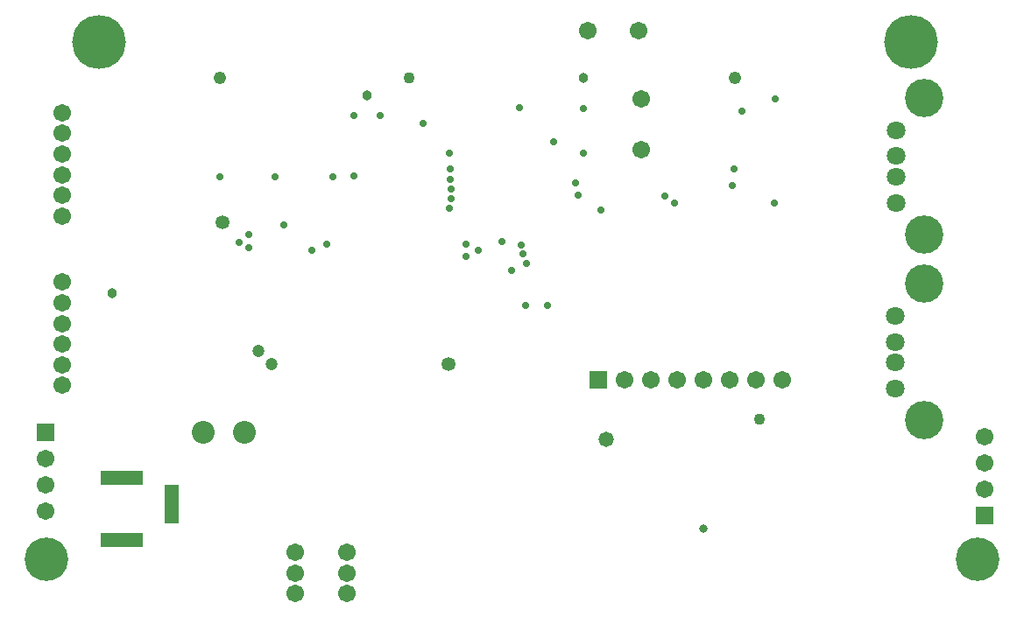
<source format=gbs>
G04 Layer_Color=16711935*
%FSLAX25Y25*%
%MOIN*%
G70*
G01*
G75*
%ADD89C,0.06706*%
%ADD90C,0.14579*%
%ADD91C,0.07099*%
%ADD92R,0.16154X0.05524*%
%ADD93R,0.05524X0.14579*%
%ADD94C,0.08674*%
%ADD95R,0.06706X0.06706*%
%ADD96R,0.06706X0.06706*%
%ADD97C,0.04737*%
%ADD98C,0.16548*%
%ADD99C,0.02800*%
%ADD100C,0.20485*%
%ADD101C,0.04300*%
%ADD102C,0.04800*%
%ADD103C,0.03800*%
%ADD104C,0.05800*%
%ADD105C,0.05300*%
%ADD106C,0.03300*%
D89*
X29000Y105500D02*
D03*
X48291D02*
D03*
X49250Y79500D02*
D03*
Y60209D02*
D03*
X179750Y-49250D02*
D03*
Y-59250D02*
D03*
Y-69250D02*
D03*
X-171000Y34878D02*
D03*
Y42752D02*
D03*
Y50626D02*
D03*
Y58500D02*
D03*
Y66374D02*
D03*
Y74248D02*
D03*
Y-29622D02*
D03*
Y-21748D02*
D03*
Y-13874D02*
D03*
Y-6000D02*
D03*
Y1874D02*
D03*
Y9748D02*
D03*
X43000Y-27500D02*
D03*
X53000D02*
D03*
X63000D02*
D03*
X73000D02*
D03*
X83000D02*
D03*
X93000D02*
D03*
X103000D02*
D03*
X-177500Y-77500D02*
D03*
Y-67500D02*
D03*
Y-57500D02*
D03*
X-82500Y-108874D02*
D03*
Y-101000D02*
D03*
Y-93126D02*
D03*
X-62815Y-108874D02*
D03*
Y-101000D02*
D03*
Y-93126D02*
D03*
D90*
X156827Y9047D02*
D03*
Y-42724D02*
D03*
X157000Y79772D02*
D03*
Y28000D02*
D03*
D91*
X146000Y-3158D02*
D03*
Y-13000D02*
D03*
Y-20874D02*
D03*
Y-30716D02*
D03*
X146173Y67567D02*
D03*
Y57724D02*
D03*
Y49850D02*
D03*
Y40008D02*
D03*
D92*
X-148500Y-64878D02*
D03*
Y-88500D02*
D03*
D93*
X-129602Y-74721D02*
D03*
D94*
X-117500Y-47500D02*
D03*
X-101949D02*
D03*
D95*
X179750Y-79250D02*
D03*
X-177500Y-47500D02*
D03*
D96*
X33000Y-27500D02*
D03*
D97*
X-91495Y-21506D02*
D03*
X-96505Y-16495D02*
D03*
D98*
X-177250Y-95750D02*
D03*
X177250D02*
D03*
D99*
X-111000Y50008D02*
D03*
X-50000Y73250D02*
D03*
X-60000D02*
D03*
X-250Y14250D02*
D03*
X-23297Y45047D02*
D03*
X5500Y16750D02*
D03*
X4250Y20500D02*
D03*
X-90258Y50008D02*
D03*
X-68250Y50000D02*
D03*
X25250Y43000D02*
D03*
X24250Y47500D02*
D03*
X-23673Y58827D02*
D03*
X-70500Y24250D02*
D03*
X-17500D02*
D03*
X-76250Y22000D02*
D03*
X-12750D02*
D03*
X-100250Y22750D02*
D03*
X-17500Y19500D02*
D03*
X-103750Y25000D02*
D03*
X-100250Y27750D02*
D03*
X-60000Y50250D02*
D03*
X-33750Y70250D02*
D03*
X-3750Y25250D02*
D03*
X-23250Y41500D02*
D03*
X-23750Y38000D02*
D03*
X-86750Y31500D02*
D03*
X-23579Y52921D02*
D03*
X-23500Y49000D02*
D03*
X33750Y37173D02*
D03*
X5250Y1000D02*
D03*
X13500D02*
D03*
X27250Y58750D02*
D03*
X15945Y63195D02*
D03*
X2890Y76250D02*
D03*
X27250Y75750D02*
D03*
X3500Y24000D02*
D03*
X100116Y79616D02*
D03*
X87484Y74984D02*
D03*
X84500Y53000D02*
D03*
X99746Y40004D02*
D03*
X61746D02*
D03*
X84000Y46500D02*
D03*
X58250Y42500D02*
D03*
D100*
X-157250Y101250D02*
D03*
X151750D02*
D03*
D101*
X94307Y-42557D02*
D03*
X-38992Y87508D02*
D03*
D102*
X-111000Y87500D02*
D03*
X85000D02*
D03*
D103*
X-55000Y81000D02*
D03*
X-152000Y5500D02*
D03*
X27250Y87500D02*
D03*
D104*
X35703Y-50047D02*
D03*
D105*
X-110000Y32500D02*
D03*
X-24250Y-21500D02*
D03*
D106*
X73000Y-84250D02*
D03*
M02*

</source>
